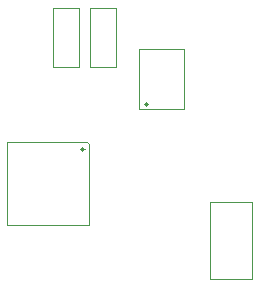
<source format=gbo>
%FSLAX34Y34*%
%MOMM*%
%LNSILK_BOTTOM*%
G71*
G01*
%ADD10C, 0.10*%
%LPD*%
G54D10*
X187350Y13475D02*
X119350Y13475D01*
X119350Y-56525D01*
X189350Y-56525D01*
X189350Y11475D01*
X187350Y13475D01*
G54D10*
X158389Y127081D02*
X180389Y127081D01*
X180389Y77081D01*
X158389Y77081D01*
X158389Y127081D01*
G54D10*
X190139Y127081D02*
X212139Y127081D01*
X212139Y77081D01*
X190139Y77081D01*
X190139Y127081D01*
G54D10*
X326854Y-102328D02*
X291854Y-102328D01*
X291854Y-37328D01*
X326854Y-37328D01*
X326854Y-102328D01*
G54D10*
X231170Y41444D02*
X231170Y92244D01*
X269370Y92244D01*
X269370Y41444D01*
X231170Y41444D01*
G54D10*
G75*
G01X239200Y45200D02*
G03X239200Y45200I-1600J0D01*
G01*
G36*
G75*
G01X239200Y45200D02*
G03X239200Y45200I-1600J0D01*
G01*
G37*
X239200Y45200D01*
G54D10*
G75*
G01X185200Y7100D02*
G03X185200Y7100I-1600J0D01*
G01*
G36*
G75*
G01X185200Y7100D02*
G03X185200Y7100I-1600J0D01*
G01*
G37*
X185200Y7100D01*
M02*

</source>
